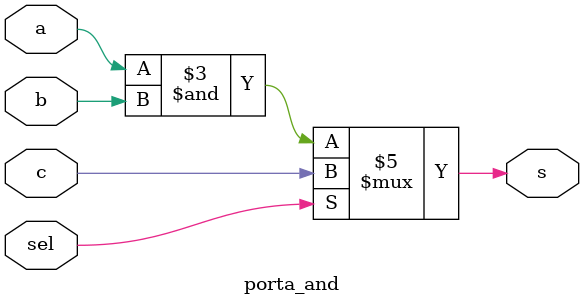
<source format=sv>
module porta_and(
    input logic a, b, c, sel,
    output logic s
);

always_comb begin
    if(sel == 0)
        s = a&b;
    else
        s = c;
end

endmodule
</source>
